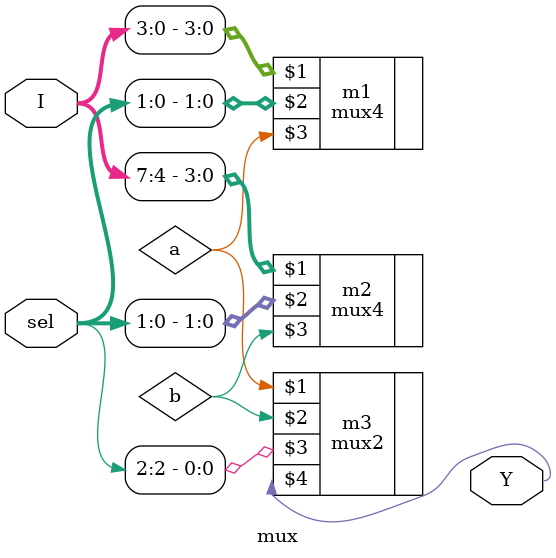
<source format=v>
`timescale 1ns / 1ps


module mux(
input [7:0]I,
input [2:0]sel,
output Y
    );

wire a,b;

mux4 m1(I[3:0],sel[1:0],a);
mux4 m2(I[7:4],sel[1:0],b);
mux2 m3(a,b,sel[2],Y);


endmodule

</source>
